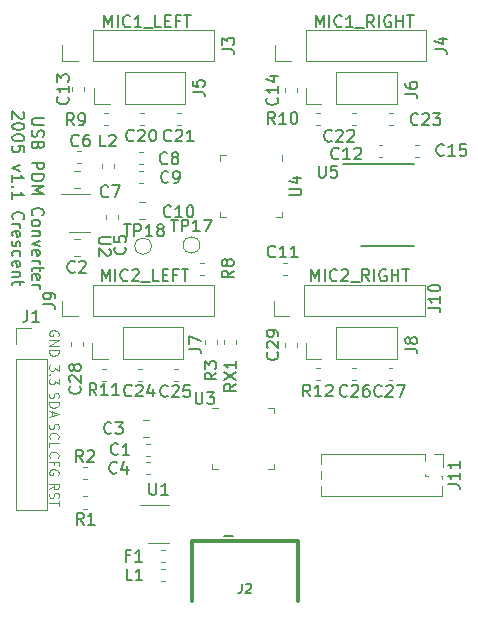
<source format=gbr>
G04 #@! TF.GenerationSoftware,KiCad,Pcbnew,(5.1.2)-1*
G04 #@! TF.CreationDate,2020-05-27T18:22:03+09:00*
G04 #@! TF.ProjectId,i2s,6932732e-6b69-4636-9164-5f7063625858,v1.1*
G04 #@! TF.SameCoordinates,Original*
G04 #@! TF.FileFunction,Legend,Top*
G04 #@! TF.FilePolarity,Positive*
%FSLAX46Y46*%
G04 Gerber Fmt 4.6, Leading zero omitted, Abs format (unit mm)*
G04 Created by KiCad (PCBNEW (5.1.2)-1) date 2020-05-27 18:22:03*
%MOMM*%
%LPD*%
G04 APERTURE LIST*
%ADD10C,0.150000*%
%ADD11C,0.120000*%
%ADD12C,0.300000*%
G04 APERTURE END LIST*
D10*
X108004761Y-122652380D02*
X108004761Y-121652380D01*
X108338095Y-122366666D01*
X108671428Y-121652380D01*
X108671428Y-122652380D01*
X109147619Y-122652380D02*
X109147619Y-121652380D01*
X110195238Y-122557142D02*
X110147619Y-122604761D01*
X110004761Y-122652380D01*
X109909523Y-122652380D01*
X109766666Y-122604761D01*
X109671428Y-122509523D01*
X109623809Y-122414285D01*
X109576190Y-122223809D01*
X109576190Y-122080952D01*
X109623809Y-121890476D01*
X109671428Y-121795238D01*
X109766666Y-121700000D01*
X109909523Y-121652380D01*
X110004761Y-121652380D01*
X110147619Y-121700000D01*
X110195238Y-121747619D01*
X110576190Y-121747619D02*
X110623809Y-121700000D01*
X110719047Y-121652380D01*
X110957142Y-121652380D01*
X111052380Y-121700000D01*
X111100000Y-121747619D01*
X111147619Y-121842857D01*
X111147619Y-121938095D01*
X111100000Y-122080952D01*
X110528571Y-122652380D01*
X111147619Y-122652380D01*
X111338095Y-122747619D02*
X112100000Y-122747619D01*
X112814285Y-122652380D02*
X112338095Y-122652380D01*
X112338095Y-121652380D01*
X113147619Y-122128571D02*
X113480952Y-122128571D01*
X113623809Y-122652380D02*
X113147619Y-122652380D01*
X113147619Y-121652380D01*
X113623809Y-121652380D01*
X114385714Y-122128571D02*
X114052380Y-122128571D01*
X114052380Y-122652380D02*
X114052380Y-121652380D01*
X114528571Y-121652380D01*
X114766666Y-121652380D02*
X115338095Y-121652380D01*
X115052380Y-122652380D02*
X115052380Y-121652380D01*
X125728571Y-122652380D02*
X125728571Y-121652380D01*
X126061904Y-122366666D01*
X126395238Y-121652380D01*
X126395238Y-122652380D01*
X126871428Y-122652380D02*
X126871428Y-121652380D01*
X127919047Y-122557142D02*
X127871428Y-122604761D01*
X127728571Y-122652380D01*
X127633333Y-122652380D01*
X127490476Y-122604761D01*
X127395238Y-122509523D01*
X127347619Y-122414285D01*
X127300000Y-122223809D01*
X127300000Y-122080952D01*
X127347619Y-121890476D01*
X127395238Y-121795238D01*
X127490476Y-121700000D01*
X127633333Y-121652380D01*
X127728571Y-121652380D01*
X127871428Y-121700000D01*
X127919047Y-121747619D01*
X128300000Y-121747619D02*
X128347619Y-121700000D01*
X128442857Y-121652380D01*
X128680952Y-121652380D01*
X128776190Y-121700000D01*
X128823809Y-121747619D01*
X128871428Y-121842857D01*
X128871428Y-121938095D01*
X128823809Y-122080952D01*
X128252380Y-122652380D01*
X128871428Y-122652380D01*
X129061904Y-122747619D02*
X129823809Y-122747619D01*
X130633333Y-122652380D02*
X130300000Y-122176190D01*
X130061904Y-122652380D02*
X130061904Y-121652380D01*
X130442857Y-121652380D01*
X130538095Y-121700000D01*
X130585714Y-121747619D01*
X130633333Y-121842857D01*
X130633333Y-121985714D01*
X130585714Y-122080952D01*
X130538095Y-122128571D01*
X130442857Y-122176190D01*
X130061904Y-122176190D01*
X131061904Y-122652380D02*
X131061904Y-121652380D01*
X132061904Y-121700000D02*
X131966666Y-121652380D01*
X131823809Y-121652380D01*
X131680952Y-121700000D01*
X131585714Y-121795238D01*
X131538095Y-121890476D01*
X131490476Y-122080952D01*
X131490476Y-122223809D01*
X131538095Y-122414285D01*
X131585714Y-122509523D01*
X131680952Y-122604761D01*
X131823809Y-122652380D01*
X131919047Y-122652380D01*
X132061904Y-122604761D01*
X132109523Y-122557142D01*
X132109523Y-122223809D01*
X131919047Y-122223809D01*
X132538095Y-122652380D02*
X132538095Y-121652380D01*
X132538095Y-122128571D02*
X133109523Y-122128571D01*
X133109523Y-122652380D02*
X133109523Y-121652380D01*
X133442857Y-121652380D02*
X134014285Y-121652380D01*
X133728571Y-122652380D02*
X133728571Y-121652380D01*
X126128571Y-101152380D02*
X126128571Y-100152380D01*
X126461904Y-100866666D01*
X126795238Y-100152380D01*
X126795238Y-101152380D01*
X127271428Y-101152380D02*
X127271428Y-100152380D01*
X128319047Y-101057142D02*
X128271428Y-101104761D01*
X128128571Y-101152380D01*
X128033333Y-101152380D01*
X127890476Y-101104761D01*
X127795238Y-101009523D01*
X127747619Y-100914285D01*
X127700000Y-100723809D01*
X127700000Y-100580952D01*
X127747619Y-100390476D01*
X127795238Y-100295238D01*
X127890476Y-100200000D01*
X128033333Y-100152380D01*
X128128571Y-100152380D01*
X128271428Y-100200000D01*
X128319047Y-100247619D01*
X129271428Y-101152380D02*
X128700000Y-101152380D01*
X128985714Y-101152380D02*
X128985714Y-100152380D01*
X128890476Y-100295238D01*
X128795238Y-100390476D01*
X128700000Y-100438095D01*
X129461904Y-101247619D02*
X130223809Y-101247619D01*
X131033333Y-101152380D02*
X130700000Y-100676190D01*
X130461904Y-101152380D02*
X130461904Y-100152380D01*
X130842857Y-100152380D01*
X130938095Y-100200000D01*
X130985714Y-100247619D01*
X131033333Y-100342857D01*
X131033333Y-100485714D01*
X130985714Y-100580952D01*
X130938095Y-100628571D01*
X130842857Y-100676190D01*
X130461904Y-100676190D01*
X131461904Y-101152380D02*
X131461904Y-100152380D01*
X132461904Y-100200000D02*
X132366666Y-100152380D01*
X132223809Y-100152380D01*
X132080952Y-100200000D01*
X131985714Y-100295238D01*
X131938095Y-100390476D01*
X131890476Y-100580952D01*
X131890476Y-100723809D01*
X131938095Y-100914285D01*
X131985714Y-101009523D01*
X132080952Y-101104761D01*
X132223809Y-101152380D01*
X132319047Y-101152380D01*
X132461904Y-101104761D01*
X132509523Y-101057142D01*
X132509523Y-100723809D01*
X132319047Y-100723809D01*
X132938095Y-101152380D02*
X132938095Y-100152380D01*
X132938095Y-100628571D02*
X133509523Y-100628571D01*
X133509523Y-101152380D02*
X133509523Y-100152380D01*
X133842857Y-100152380D02*
X134414285Y-100152380D01*
X134128571Y-101152380D02*
X134128571Y-100152380D01*
X108204761Y-101152380D02*
X108204761Y-100152380D01*
X108538095Y-100866666D01*
X108871428Y-100152380D01*
X108871428Y-101152380D01*
X109347619Y-101152380D02*
X109347619Y-100152380D01*
X110395238Y-101057142D02*
X110347619Y-101104761D01*
X110204761Y-101152380D01*
X110109523Y-101152380D01*
X109966666Y-101104761D01*
X109871428Y-101009523D01*
X109823809Y-100914285D01*
X109776190Y-100723809D01*
X109776190Y-100580952D01*
X109823809Y-100390476D01*
X109871428Y-100295238D01*
X109966666Y-100200000D01*
X110109523Y-100152380D01*
X110204761Y-100152380D01*
X110347619Y-100200000D01*
X110395238Y-100247619D01*
X111347619Y-101152380D02*
X110776190Y-101152380D01*
X111061904Y-101152380D02*
X111061904Y-100152380D01*
X110966666Y-100295238D01*
X110871428Y-100390476D01*
X110776190Y-100438095D01*
X111538095Y-101247619D02*
X112300000Y-101247619D01*
X113014285Y-101152380D02*
X112538095Y-101152380D01*
X112538095Y-100152380D01*
X113347619Y-100628571D02*
X113680952Y-100628571D01*
X113823809Y-101152380D02*
X113347619Y-101152380D01*
X113347619Y-100152380D01*
X113823809Y-100152380D01*
X114585714Y-100628571D02*
X114252380Y-100628571D01*
X114252380Y-101152380D02*
X114252380Y-100152380D01*
X114728571Y-100152380D01*
X114966666Y-100152380D02*
X115538095Y-100152380D01*
X115252380Y-101152380D02*
X115252380Y-100152380D01*
D11*
X103538095Y-140261904D02*
X103919047Y-139995238D01*
X103538095Y-139804761D02*
X104338095Y-139804761D01*
X104338095Y-140109523D01*
X104300000Y-140185714D01*
X104261904Y-140223809D01*
X104185714Y-140261904D01*
X104071428Y-140261904D01*
X103995238Y-140223809D01*
X103957142Y-140185714D01*
X103919047Y-140109523D01*
X103919047Y-139804761D01*
X103576190Y-140566666D02*
X103538095Y-140680952D01*
X103538095Y-140871428D01*
X103576190Y-140947619D01*
X103614285Y-140985714D01*
X103690476Y-141023809D01*
X103766666Y-141023809D01*
X103842857Y-140985714D01*
X103880952Y-140947619D01*
X103919047Y-140871428D01*
X103957142Y-140719047D01*
X103995238Y-140642857D01*
X104033333Y-140604761D01*
X104109523Y-140566666D01*
X104185714Y-140566666D01*
X104261904Y-140604761D01*
X104300000Y-140642857D01*
X104338095Y-140719047D01*
X104338095Y-140909523D01*
X104300000Y-141023809D01*
X104338095Y-141252380D02*
X104338095Y-141709523D01*
X103538095Y-141480952D02*
X104338095Y-141480952D01*
X103614285Y-137604761D02*
X103576190Y-137566666D01*
X103538095Y-137452380D01*
X103538095Y-137376190D01*
X103576190Y-137261904D01*
X103652380Y-137185714D01*
X103728571Y-137147619D01*
X103880952Y-137109523D01*
X103995238Y-137109523D01*
X104147619Y-137147619D01*
X104223809Y-137185714D01*
X104300000Y-137261904D01*
X104338095Y-137376190D01*
X104338095Y-137452380D01*
X104300000Y-137566666D01*
X104261904Y-137604761D01*
X103957142Y-138214285D02*
X103957142Y-137947619D01*
X103538095Y-137947619D02*
X104338095Y-137947619D01*
X104338095Y-138328571D01*
X104300000Y-139052380D02*
X104338095Y-138976190D01*
X104338095Y-138861904D01*
X104300000Y-138747619D01*
X104223809Y-138671428D01*
X104147619Y-138633333D01*
X103995238Y-138595238D01*
X103880952Y-138595238D01*
X103728571Y-138633333D01*
X103652380Y-138671428D01*
X103576190Y-138747619D01*
X103538095Y-138861904D01*
X103538095Y-138938095D01*
X103576190Y-139052380D01*
X103614285Y-139090476D01*
X103880952Y-139090476D01*
X103880952Y-138938095D01*
X104300000Y-127290476D02*
X104338095Y-127214285D01*
X104338095Y-127100000D01*
X104300000Y-126985714D01*
X104223809Y-126909523D01*
X104147619Y-126871428D01*
X103995238Y-126833333D01*
X103880952Y-126833333D01*
X103728571Y-126871428D01*
X103652380Y-126909523D01*
X103576190Y-126985714D01*
X103538095Y-127100000D01*
X103538095Y-127176190D01*
X103576190Y-127290476D01*
X103614285Y-127328571D01*
X103880952Y-127328571D01*
X103880952Y-127176190D01*
X103538095Y-127671428D02*
X104338095Y-127671428D01*
X103538095Y-128128571D01*
X104338095Y-128128571D01*
X103538095Y-128509523D02*
X104338095Y-128509523D01*
X104338095Y-128700000D01*
X104300000Y-128814285D01*
X104223809Y-128890476D01*
X104147619Y-128928571D01*
X103995238Y-128966666D01*
X103880952Y-128966666D01*
X103728571Y-128928571D01*
X103652380Y-128890476D01*
X103576190Y-128814285D01*
X103538095Y-128700000D01*
X103538095Y-128509523D01*
X104338095Y-129761904D02*
X104338095Y-130257142D01*
X104033333Y-129990476D01*
X104033333Y-130104761D01*
X103995238Y-130180952D01*
X103957142Y-130219047D01*
X103880952Y-130257142D01*
X103690476Y-130257142D01*
X103614285Y-130219047D01*
X103576190Y-130180952D01*
X103538095Y-130104761D01*
X103538095Y-129876190D01*
X103576190Y-129800000D01*
X103614285Y-129761904D01*
X103614285Y-130600000D02*
X103576190Y-130638095D01*
X103538095Y-130600000D01*
X103576190Y-130561904D01*
X103614285Y-130600000D01*
X103538095Y-130600000D01*
X104338095Y-130904761D02*
X104338095Y-131400000D01*
X104033333Y-131133333D01*
X104033333Y-131247619D01*
X103995238Y-131323809D01*
X103957142Y-131361904D01*
X103880952Y-131400000D01*
X103690476Y-131400000D01*
X103614285Y-131361904D01*
X103576190Y-131323809D01*
X103538095Y-131247619D01*
X103538095Y-131019047D01*
X103576190Y-130942857D01*
X103614285Y-130904761D01*
X103576190Y-134747619D02*
X103538095Y-134861904D01*
X103538095Y-135052380D01*
X103576190Y-135128571D01*
X103614285Y-135166666D01*
X103690476Y-135204761D01*
X103766666Y-135204761D01*
X103842857Y-135166666D01*
X103880952Y-135128571D01*
X103919047Y-135052380D01*
X103957142Y-134900000D01*
X103995238Y-134823809D01*
X104033333Y-134785714D01*
X104109523Y-134747619D01*
X104185714Y-134747619D01*
X104261904Y-134785714D01*
X104300000Y-134823809D01*
X104338095Y-134900000D01*
X104338095Y-135090476D01*
X104300000Y-135204761D01*
X103614285Y-136004761D02*
X103576190Y-135966666D01*
X103538095Y-135852380D01*
X103538095Y-135776190D01*
X103576190Y-135661904D01*
X103652380Y-135585714D01*
X103728571Y-135547619D01*
X103880952Y-135509523D01*
X103995238Y-135509523D01*
X104147619Y-135547619D01*
X104223809Y-135585714D01*
X104300000Y-135661904D01*
X104338095Y-135776190D01*
X104338095Y-135852380D01*
X104300000Y-135966666D01*
X104261904Y-136004761D01*
X103538095Y-136728571D02*
X103538095Y-136347619D01*
X104338095Y-136347619D01*
X103576190Y-132128571D02*
X103538095Y-132242857D01*
X103538095Y-132433333D01*
X103576190Y-132509523D01*
X103614285Y-132547619D01*
X103690476Y-132585714D01*
X103766666Y-132585714D01*
X103842857Y-132547619D01*
X103880952Y-132509523D01*
X103919047Y-132433333D01*
X103957142Y-132280952D01*
X103995238Y-132204761D01*
X104033333Y-132166666D01*
X104109523Y-132128571D01*
X104185714Y-132128571D01*
X104261904Y-132166666D01*
X104300000Y-132204761D01*
X104338095Y-132280952D01*
X104338095Y-132471428D01*
X104300000Y-132585714D01*
X103538095Y-132928571D02*
X104338095Y-132928571D01*
X104338095Y-133119047D01*
X104300000Y-133233333D01*
X104223809Y-133309523D01*
X104147619Y-133347619D01*
X103995238Y-133385714D01*
X103880952Y-133385714D01*
X103728571Y-133347619D01*
X103652380Y-133309523D01*
X103576190Y-133233333D01*
X103538095Y-133119047D01*
X103538095Y-132928571D01*
X103766666Y-133690476D02*
X103766666Y-134071428D01*
X103538095Y-133614285D02*
X104338095Y-133880952D01*
X103538095Y-134147619D01*
D10*
X103072619Y-108857142D02*
X102263095Y-108857142D01*
X102167857Y-108904761D01*
X102120238Y-108952380D01*
X102072619Y-109047619D01*
X102072619Y-109238095D01*
X102120238Y-109333333D01*
X102167857Y-109380952D01*
X102263095Y-109428571D01*
X103072619Y-109428571D01*
X102120238Y-109857142D02*
X102072619Y-110000000D01*
X102072619Y-110238095D01*
X102120238Y-110333333D01*
X102167857Y-110380952D01*
X102263095Y-110428571D01*
X102358333Y-110428571D01*
X102453571Y-110380952D01*
X102501190Y-110333333D01*
X102548809Y-110238095D01*
X102596428Y-110047619D01*
X102644047Y-109952380D01*
X102691666Y-109904761D01*
X102786904Y-109857142D01*
X102882142Y-109857142D01*
X102977380Y-109904761D01*
X103025000Y-109952380D01*
X103072619Y-110047619D01*
X103072619Y-110285714D01*
X103025000Y-110428571D01*
X102596428Y-111190476D02*
X102548809Y-111333333D01*
X102501190Y-111380952D01*
X102405952Y-111428571D01*
X102263095Y-111428571D01*
X102167857Y-111380952D01*
X102120238Y-111333333D01*
X102072619Y-111238095D01*
X102072619Y-110857142D01*
X103072619Y-110857142D01*
X103072619Y-111190476D01*
X103025000Y-111285714D01*
X102977380Y-111333333D01*
X102882142Y-111380952D01*
X102786904Y-111380952D01*
X102691666Y-111333333D01*
X102644047Y-111285714D01*
X102596428Y-111190476D01*
X102596428Y-110857142D01*
X102072619Y-112619047D02*
X103072619Y-112619047D01*
X103072619Y-113000000D01*
X103025000Y-113095238D01*
X102977380Y-113142857D01*
X102882142Y-113190476D01*
X102739285Y-113190476D01*
X102644047Y-113142857D01*
X102596428Y-113095238D01*
X102548809Y-113000000D01*
X102548809Y-112619047D01*
X102072619Y-113619047D02*
X103072619Y-113619047D01*
X103072619Y-113857142D01*
X103025000Y-114000000D01*
X102929761Y-114095238D01*
X102834523Y-114142857D01*
X102644047Y-114190476D01*
X102501190Y-114190476D01*
X102310714Y-114142857D01*
X102215476Y-114095238D01*
X102120238Y-114000000D01*
X102072619Y-113857142D01*
X102072619Y-113619047D01*
X102072619Y-114619047D02*
X103072619Y-114619047D01*
X102358333Y-114952380D01*
X103072619Y-115285714D01*
X102072619Y-115285714D01*
X102167857Y-117095238D02*
X102120238Y-117047619D01*
X102072619Y-116904761D01*
X102072619Y-116809523D01*
X102120238Y-116666666D01*
X102215476Y-116571428D01*
X102310714Y-116523809D01*
X102501190Y-116476190D01*
X102644047Y-116476190D01*
X102834523Y-116523809D01*
X102929761Y-116571428D01*
X103025000Y-116666666D01*
X103072619Y-116809523D01*
X103072619Y-116904761D01*
X103025000Y-117047619D01*
X102977380Y-117095238D01*
X102072619Y-117666666D02*
X102120238Y-117571428D01*
X102167857Y-117523809D01*
X102263095Y-117476190D01*
X102548809Y-117476190D01*
X102644047Y-117523809D01*
X102691666Y-117571428D01*
X102739285Y-117666666D01*
X102739285Y-117809523D01*
X102691666Y-117904761D01*
X102644047Y-117952380D01*
X102548809Y-118000000D01*
X102263095Y-118000000D01*
X102167857Y-117952380D01*
X102120238Y-117904761D01*
X102072619Y-117809523D01*
X102072619Y-117666666D01*
X102739285Y-118428571D02*
X102072619Y-118428571D01*
X102644047Y-118428571D02*
X102691666Y-118476190D01*
X102739285Y-118571428D01*
X102739285Y-118714285D01*
X102691666Y-118809523D01*
X102596428Y-118857142D01*
X102072619Y-118857142D01*
X102739285Y-119238095D02*
X102072619Y-119476190D01*
X102739285Y-119714285D01*
X102120238Y-120476190D02*
X102072619Y-120380952D01*
X102072619Y-120190476D01*
X102120238Y-120095238D01*
X102215476Y-120047619D01*
X102596428Y-120047619D01*
X102691666Y-120095238D01*
X102739285Y-120190476D01*
X102739285Y-120380952D01*
X102691666Y-120476190D01*
X102596428Y-120523809D01*
X102501190Y-120523809D01*
X102405952Y-120047619D01*
X102072619Y-120952380D02*
X102739285Y-120952380D01*
X102548809Y-120952380D02*
X102644047Y-120999999D01*
X102691666Y-121047619D01*
X102739285Y-121142857D01*
X102739285Y-121238095D01*
X102739285Y-121428571D02*
X102739285Y-121809523D01*
X103072619Y-121571428D02*
X102215476Y-121571428D01*
X102120238Y-121619047D01*
X102072619Y-121714285D01*
X102072619Y-121809523D01*
X102120238Y-122523809D02*
X102072619Y-122428571D01*
X102072619Y-122238095D01*
X102120238Y-122142857D01*
X102215476Y-122095238D01*
X102596428Y-122095238D01*
X102691666Y-122142857D01*
X102739285Y-122238095D01*
X102739285Y-122428571D01*
X102691666Y-122523809D01*
X102596428Y-122571428D01*
X102501190Y-122571428D01*
X102405952Y-122095238D01*
X102072619Y-122999999D02*
X102739285Y-122999999D01*
X102548809Y-122999999D02*
X102644047Y-123047619D01*
X102691666Y-123095238D01*
X102739285Y-123190476D01*
X102739285Y-123285714D01*
X101327380Y-108333333D02*
X101375000Y-108380952D01*
X101422619Y-108476190D01*
X101422619Y-108714285D01*
X101375000Y-108809523D01*
X101327380Y-108857142D01*
X101232142Y-108904761D01*
X101136904Y-108904761D01*
X100994047Y-108857142D01*
X100422619Y-108285714D01*
X100422619Y-108904761D01*
X101422619Y-109523809D02*
X101422619Y-109619047D01*
X101375000Y-109714285D01*
X101327380Y-109761904D01*
X101232142Y-109809523D01*
X101041666Y-109857142D01*
X100803571Y-109857142D01*
X100613095Y-109809523D01*
X100517857Y-109761904D01*
X100470238Y-109714285D01*
X100422619Y-109619047D01*
X100422619Y-109523809D01*
X100470238Y-109428571D01*
X100517857Y-109380952D01*
X100613095Y-109333333D01*
X100803571Y-109285714D01*
X101041666Y-109285714D01*
X101232142Y-109333333D01*
X101327380Y-109380952D01*
X101375000Y-109428571D01*
X101422619Y-109523809D01*
X101422619Y-110476190D02*
X101422619Y-110571428D01*
X101375000Y-110666666D01*
X101327380Y-110714285D01*
X101232142Y-110761904D01*
X101041666Y-110809523D01*
X100803571Y-110809523D01*
X100613095Y-110761904D01*
X100517857Y-110714285D01*
X100470238Y-110666666D01*
X100422619Y-110571428D01*
X100422619Y-110476190D01*
X100470238Y-110380952D01*
X100517857Y-110333333D01*
X100613095Y-110285714D01*
X100803571Y-110238095D01*
X101041666Y-110238095D01*
X101232142Y-110285714D01*
X101327380Y-110333333D01*
X101375000Y-110380952D01*
X101422619Y-110476190D01*
X101422619Y-111714285D02*
X101422619Y-111238095D01*
X100946428Y-111190476D01*
X100994047Y-111238095D01*
X101041666Y-111333333D01*
X101041666Y-111571428D01*
X100994047Y-111666666D01*
X100946428Y-111714285D01*
X100851190Y-111761904D01*
X100613095Y-111761904D01*
X100517857Y-111714285D01*
X100470238Y-111666666D01*
X100422619Y-111571428D01*
X100422619Y-111333333D01*
X100470238Y-111238095D01*
X100517857Y-111190476D01*
X101089285Y-112857142D02*
X100422619Y-113095238D01*
X101089285Y-113333333D01*
X100422619Y-114238095D02*
X100422619Y-113666666D01*
X100422619Y-113952380D02*
X101422619Y-113952380D01*
X101279761Y-113857142D01*
X101184523Y-113761904D01*
X101136904Y-113666666D01*
X100517857Y-114666666D02*
X100470238Y-114714285D01*
X100422619Y-114666666D01*
X100470238Y-114619047D01*
X100517857Y-114666666D01*
X100422619Y-114666666D01*
X100422619Y-115666666D02*
X100422619Y-115095238D01*
X100422619Y-115380952D02*
X101422619Y-115380952D01*
X101279761Y-115285714D01*
X101184523Y-115190476D01*
X101136904Y-115095238D01*
X100517857Y-117428571D02*
X100470238Y-117380952D01*
X100422619Y-117238095D01*
X100422619Y-117142857D01*
X100470238Y-117000000D01*
X100565476Y-116904761D01*
X100660714Y-116857142D01*
X100851190Y-116809523D01*
X100994047Y-116809523D01*
X101184523Y-116857142D01*
X101279761Y-116904761D01*
X101375000Y-117000000D01*
X101422619Y-117142857D01*
X101422619Y-117238095D01*
X101375000Y-117380952D01*
X101327380Y-117428571D01*
X100422619Y-117857142D02*
X101089285Y-117857142D01*
X100898809Y-117857142D02*
X100994047Y-117904761D01*
X101041666Y-117952380D01*
X101089285Y-118047619D01*
X101089285Y-118142857D01*
X100470238Y-118857142D02*
X100422619Y-118761904D01*
X100422619Y-118571428D01*
X100470238Y-118476190D01*
X100565476Y-118428571D01*
X100946428Y-118428571D01*
X101041666Y-118476190D01*
X101089285Y-118571428D01*
X101089285Y-118761904D01*
X101041666Y-118857142D01*
X100946428Y-118904761D01*
X100851190Y-118904761D01*
X100755952Y-118428571D01*
X100470238Y-119285714D02*
X100422619Y-119380952D01*
X100422619Y-119571428D01*
X100470238Y-119666666D01*
X100565476Y-119714285D01*
X100613095Y-119714285D01*
X100708333Y-119666666D01*
X100755952Y-119571428D01*
X100755952Y-119428571D01*
X100803571Y-119333333D01*
X100898809Y-119285714D01*
X100946428Y-119285714D01*
X101041666Y-119333333D01*
X101089285Y-119428571D01*
X101089285Y-119571428D01*
X101041666Y-119666666D01*
X100470238Y-120571428D02*
X100422619Y-120476190D01*
X100422619Y-120285714D01*
X100470238Y-120190476D01*
X100517857Y-120142857D01*
X100613095Y-120095238D01*
X100898809Y-120095238D01*
X100994047Y-120142857D01*
X101041666Y-120190476D01*
X101089285Y-120285714D01*
X101089285Y-120476190D01*
X101041666Y-120571428D01*
X100470238Y-121380952D02*
X100422619Y-121285714D01*
X100422619Y-121095238D01*
X100470238Y-121000000D01*
X100565476Y-120952380D01*
X100946428Y-120952380D01*
X101041666Y-121000000D01*
X101089285Y-121095238D01*
X101089285Y-121285714D01*
X101041666Y-121380952D01*
X100946428Y-121428571D01*
X100851190Y-121428571D01*
X100755952Y-120952380D01*
X101089285Y-121857142D02*
X100422619Y-121857142D01*
X100994047Y-121857142D02*
X101041666Y-121904761D01*
X101089285Y-122000000D01*
X101089285Y-122142857D01*
X101041666Y-122238095D01*
X100946428Y-122285714D01*
X100422619Y-122285714D01*
X101089285Y-122619047D02*
X101089285Y-123000000D01*
X101422619Y-122761904D02*
X100565476Y-122761904D01*
X100470238Y-122809523D01*
X100422619Y-122904761D01*
X100422619Y-123000000D01*
X128450000Y-112750000D02*
X134425000Y-112750000D01*
X129975000Y-119650000D02*
X134425000Y-119650000D01*
D11*
X134874779Y-111090000D02*
X134549221Y-111090000D01*
X134874779Y-112110000D02*
X134549221Y-112110000D01*
X131437221Y-112110000D02*
X131762779Y-112110000D01*
X131437221Y-111090000D02*
X131762779Y-111090000D01*
X136910000Y-137300000D02*
X136910000Y-138430000D01*
X136150000Y-137300000D02*
X136910000Y-137300000D01*
X136845000Y-140007530D02*
X136845000Y-140830000D01*
X136845000Y-139190000D02*
X136845000Y-139392470D01*
X136713471Y-139190000D02*
X136845000Y-139190000D01*
X135443471Y-139190000D02*
X135586529Y-139190000D01*
X135390000Y-138993471D02*
X135390000Y-139136529D01*
X135390000Y-137300000D02*
X135390000Y-137866529D01*
X136845000Y-140830000D02*
X126565000Y-140830000D01*
X135390000Y-137300000D02*
X126565000Y-137300000D01*
X126565000Y-138737530D02*
X126565000Y-139392470D01*
X126565000Y-140007530D02*
X126565000Y-140830000D01*
X126565000Y-137300000D02*
X126565000Y-138122470D01*
X112200000Y-119700000D02*
G75*
G03X112200000Y-119700000I-700000J0D01*
G01*
X116300000Y-119600000D02*
G75*
G03X116300000Y-119600000I-700000J0D01*
G01*
X118310000Y-127675221D02*
X118310000Y-128000779D01*
X119330000Y-127675221D02*
X119330000Y-128000779D01*
X116740000Y-127665221D02*
X116740000Y-127990779D01*
X117760000Y-127665221D02*
X117760000Y-127990779D01*
X109010000Y-113074779D02*
X109010000Y-112749221D01*
X107990000Y-113074779D02*
X107990000Y-112749221D01*
X113017221Y-148050000D02*
X113342779Y-148050000D01*
X113017221Y-147030000D02*
X113342779Y-147030000D01*
X112000578Y-134420000D02*
X111483422Y-134420000D01*
X112000578Y-135840000D02*
X111483422Y-135840000D01*
X123220000Y-112495000D02*
X123220000Y-112020000D01*
X118000000Y-117240000D02*
X118475000Y-117240000D01*
X118000000Y-116765000D02*
X118000000Y-117240000D01*
X118000000Y-112020000D02*
X118475000Y-112020000D01*
X118000000Y-112495000D02*
X118000000Y-112020000D01*
X123220000Y-117240000D02*
X122745000Y-117240000D01*
X123220000Y-116765000D02*
X123220000Y-117240000D01*
X117815000Y-133370000D02*
X117340000Y-133370000D01*
X122560000Y-138590000D02*
X122560000Y-138115000D01*
X122085000Y-138590000D02*
X122560000Y-138590000D01*
X117340000Y-138590000D02*
X117340000Y-138115000D01*
X117815000Y-138590000D02*
X117340000Y-138590000D01*
X122560000Y-133370000D02*
X122560000Y-133845000D01*
X122085000Y-133370000D02*
X122560000Y-133370000D01*
X107010000Y-115300000D02*
X104560000Y-115300000D01*
X105210000Y-118520000D02*
X107010000Y-118520000D01*
X113700000Y-141590000D02*
X111250000Y-141590000D01*
X111900000Y-144810000D02*
X113700000Y-144810000D01*
X126452779Y-130020000D02*
X126127221Y-130020000D01*
X126452779Y-131040000D02*
X126127221Y-131040000D01*
X108340779Y-130060000D02*
X108015221Y-130060000D01*
X108340779Y-131080000D02*
X108015221Y-131080000D01*
X126470779Y-108440000D02*
X126145221Y-108440000D01*
X126470779Y-109460000D02*
X126145221Y-109460000D01*
X108520779Y-108430000D02*
X108195221Y-108430000D01*
X108520779Y-109450000D02*
X108195221Y-109450000D01*
X116674779Y-121090000D02*
X116349221Y-121090000D01*
X116674779Y-122110000D02*
X116349221Y-122110000D01*
X106750779Y-138390000D02*
X106425221Y-138390000D01*
X106750779Y-139410000D02*
X106425221Y-139410000D01*
X106712779Y-140890000D02*
X106387221Y-140890000D01*
X106712779Y-141910000D02*
X106387221Y-141910000D01*
X122550000Y-125630000D02*
X122550000Y-124300000D01*
X123880000Y-125630000D02*
X122550000Y-125630000D01*
X125150000Y-125630000D02*
X125150000Y-122970000D01*
X125150000Y-122970000D02*
X135370000Y-122970000D01*
X125150000Y-125630000D02*
X135370000Y-125630000D01*
X135370000Y-125630000D02*
X135370000Y-122970000D01*
X104670000Y-125630000D02*
X104670000Y-124300000D01*
X106000000Y-125630000D02*
X104670000Y-125630000D01*
X107270000Y-125630000D02*
X107270000Y-122970000D01*
X107270000Y-122970000D02*
X117490000Y-122970000D01*
X107270000Y-125630000D02*
X117490000Y-125630000D01*
X117490000Y-125630000D02*
X117490000Y-122970000D01*
X125270000Y-129230000D02*
X125270000Y-127900000D01*
X126600000Y-129230000D02*
X125270000Y-129230000D01*
X127870000Y-129230000D02*
X127870000Y-126570000D01*
X127870000Y-126570000D02*
X133010000Y-126570000D01*
X127870000Y-129230000D02*
X133010000Y-129230000D01*
X133010000Y-129230000D02*
X133010000Y-126570000D01*
X107170000Y-129230000D02*
X107170000Y-127900000D01*
X108500000Y-129230000D02*
X107170000Y-129230000D01*
X109770000Y-129230000D02*
X109770000Y-126570000D01*
X109770000Y-126570000D02*
X114910000Y-126570000D01*
X109770000Y-129230000D02*
X114910000Y-129230000D01*
X114910000Y-129230000D02*
X114910000Y-126570000D01*
X125270000Y-107630000D02*
X125270000Y-106300000D01*
X126600000Y-107630000D02*
X125270000Y-107630000D01*
X127870000Y-107630000D02*
X127870000Y-104970000D01*
X127870000Y-104970000D02*
X133010000Y-104970000D01*
X127870000Y-107630000D02*
X133010000Y-107630000D01*
X133010000Y-107630000D02*
X133010000Y-104970000D01*
X107330000Y-107630000D02*
X107330000Y-106300000D01*
X108660000Y-107630000D02*
X107330000Y-107630000D01*
X109930000Y-107630000D02*
X109930000Y-104970000D01*
X109930000Y-104970000D02*
X115070000Y-104970000D01*
X109930000Y-107630000D02*
X115070000Y-107630000D01*
X115070000Y-107630000D02*
X115070000Y-104970000D01*
X122670000Y-104030000D02*
X122670000Y-102700000D01*
X124000000Y-104030000D02*
X122670000Y-104030000D01*
X125270000Y-104030000D02*
X125270000Y-101370000D01*
X125270000Y-101370000D02*
X135490000Y-101370000D01*
X125270000Y-104030000D02*
X135490000Y-104030000D01*
X135490000Y-104030000D02*
X135490000Y-101370000D01*
X104670000Y-104030000D02*
X104670000Y-102700000D01*
X106000000Y-104030000D02*
X104670000Y-104030000D01*
X107270000Y-104030000D02*
X107270000Y-101370000D01*
X107270000Y-101370000D02*
X117490000Y-101370000D01*
X107270000Y-104030000D02*
X117490000Y-104030000D01*
X117490000Y-104030000D02*
X117490000Y-101370000D01*
D10*
X118350000Y-144200000D02*
X119100000Y-144200000D01*
D12*
X115600000Y-149700000D02*
X115600000Y-145200000D01*
X115600000Y-145200000D02*
X115600000Y-144700000D01*
X115600000Y-144700000D02*
X124600000Y-144700000D01*
X124600000Y-144700000D02*
X124600000Y-149700000D01*
D11*
X100700000Y-126640000D02*
X102030000Y-126640000D01*
X100700000Y-127970000D02*
X100700000Y-126640000D01*
X100700000Y-129240000D02*
X103360000Y-129240000D01*
X103360000Y-129240000D02*
X103360000Y-142000000D01*
X100700000Y-129240000D02*
X100700000Y-142000000D01*
X100700000Y-142000000D02*
X103360000Y-142000000D01*
X113352779Y-145440000D02*
X113027221Y-145440000D01*
X113352779Y-146460000D02*
X113027221Y-146460000D01*
X123490000Y-127925221D02*
X123490000Y-128250779D01*
X124510000Y-127925221D02*
X124510000Y-128250779D01*
X105360000Y-127819221D02*
X105360000Y-128144779D01*
X106380000Y-127819221D02*
X106380000Y-128144779D01*
X132287221Y-131050000D02*
X132612779Y-131050000D01*
X132287221Y-130030000D02*
X132612779Y-130030000D01*
X129514779Y-130020000D02*
X129189221Y-130020000D01*
X129514779Y-131040000D02*
X129189221Y-131040000D01*
X114127221Y-131080000D02*
X114452779Y-131080000D01*
X114127221Y-130060000D02*
X114452779Y-130060000D01*
X111384779Y-130060000D02*
X111059221Y-130060000D01*
X111384779Y-131080000D02*
X111059221Y-131080000D01*
X132305221Y-109480000D02*
X132630779Y-109480000D01*
X132305221Y-108460000D02*
X132630779Y-108460000D01*
X129544779Y-108440000D02*
X129219221Y-108440000D01*
X129544779Y-109460000D02*
X129219221Y-109460000D01*
X114347221Y-109460000D02*
X114672779Y-109460000D01*
X114347221Y-108440000D02*
X114672779Y-108440000D01*
X111584779Y-108430000D02*
X111259221Y-108430000D01*
X111584779Y-109450000D02*
X111259221Y-109450000D01*
X123470000Y-106325221D02*
X123470000Y-106650779D01*
X124490000Y-106325221D02*
X124490000Y-106650779D01*
X105490000Y-106249221D02*
X105490000Y-106574779D01*
X106510000Y-106249221D02*
X106510000Y-106574779D01*
X123349221Y-122110000D02*
X123674779Y-122110000D01*
X123349221Y-121090000D02*
X123674779Y-121090000D01*
X111696578Y-115990000D02*
X111179422Y-115990000D01*
X111696578Y-117410000D02*
X111179422Y-117410000D01*
X111472779Y-113310000D02*
X111147221Y-113310000D01*
X111472779Y-114330000D02*
X111147221Y-114330000D01*
X111460779Y-111710000D02*
X111135221Y-111710000D01*
X111460779Y-112730000D02*
X111135221Y-112730000D01*
X106176578Y-113340000D02*
X105659422Y-113340000D01*
X106176578Y-114760000D02*
X105659422Y-114760000D01*
X106262779Y-111650000D02*
X105937221Y-111650000D01*
X106262779Y-112670000D02*
X105937221Y-112670000D01*
X109410000Y-117374779D02*
X109410000Y-117049221D01*
X108390000Y-117374779D02*
X108390000Y-117049221D01*
X112104779Y-137990000D02*
X111779221Y-137990000D01*
X112104779Y-139010000D02*
X111779221Y-139010000D01*
X105679422Y-120510000D02*
X106196578Y-120510000D01*
X105679422Y-119090000D02*
X106196578Y-119090000D01*
X112104779Y-136420000D02*
X111779221Y-136420000D01*
X112104779Y-137440000D02*
X111779221Y-137440000D01*
D10*
X126378095Y-112892380D02*
X126378095Y-113701904D01*
X126425714Y-113797142D01*
X126473333Y-113844761D01*
X126568571Y-113892380D01*
X126759047Y-113892380D01*
X126854285Y-113844761D01*
X126901904Y-113797142D01*
X126949523Y-113701904D01*
X126949523Y-112892380D01*
X127901904Y-112892380D02*
X127425714Y-112892380D01*
X127378095Y-113368571D01*
X127425714Y-113320952D01*
X127520952Y-113273333D01*
X127759047Y-113273333D01*
X127854285Y-113320952D01*
X127901904Y-113368571D01*
X127949523Y-113463809D01*
X127949523Y-113701904D01*
X127901904Y-113797142D01*
X127854285Y-113844761D01*
X127759047Y-113892380D01*
X127520952Y-113892380D01*
X127425714Y-113844761D01*
X127378095Y-113797142D01*
X136956642Y-111957142D02*
X136909023Y-112004761D01*
X136766166Y-112052380D01*
X136670928Y-112052380D01*
X136528071Y-112004761D01*
X136432833Y-111909523D01*
X136385214Y-111814285D01*
X136337595Y-111623809D01*
X136337595Y-111480952D01*
X136385214Y-111290476D01*
X136432833Y-111195238D01*
X136528071Y-111100000D01*
X136670928Y-111052380D01*
X136766166Y-111052380D01*
X136909023Y-111100000D01*
X136956642Y-111147619D01*
X137909023Y-112052380D02*
X137337595Y-112052380D01*
X137623309Y-112052380D02*
X137623309Y-111052380D01*
X137528071Y-111195238D01*
X137432833Y-111290476D01*
X137337595Y-111338095D01*
X138813785Y-111052380D02*
X138337595Y-111052380D01*
X138289976Y-111528571D01*
X138337595Y-111480952D01*
X138432833Y-111433333D01*
X138670928Y-111433333D01*
X138766166Y-111480952D01*
X138813785Y-111528571D01*
X138861404Y-111623809D01*
X138861404Y-111861904D01*
X138813785Y-111957142D01*
X138766166Y-112004761D01*
X138670928Y-112052380D01*
X138432833Y-112052380D01*
X138337595Y-112004761D01*
X138289976Y-111957142D01*
X128057142Y-112257142D02*
X128009523Y-112304761D01*
X127866666Y-112352380D01*
X127771428Y-112352380D01*
X127628571Y-112304761D01*
X127533333Y-112209523D01*
X127485714Y-112114285D01*
X127438095Y-111923809D01*
X127438095Y-111780952D01*
X127485714Y-111590476D01*
X127533333Y-111495238D01*
X127628571Y-111400000D01*
X127771428Y-111352380D01*
X127866666Y-111352380D01*
X128009523Y-111400000D01*
X128057142Y-111447619D01*
X129009523Y-112352380D02*
X128438095Y-112352380D01*
X128723809Y-112352380D02*
X128723809Y-111352380D01*
X128628571Y-111495238D01*
X128533333Y-111590476D01*
X128438095Y-111638095D01*
X129390476Y-111447619D02*
X129438095Y-111400000D01*
X129533333Y-111352380D01*
X129771428Y-111352380D01*
X129866666Y-111400000D01*
X129914285Y-111447619D01*
X129961904Y-111542857D01*
X129961904Y-111638095D01*
X129914285Y-111780952D01*
X129342857Y-112352380D01*
X129961904Y-112352380D01*
X137297380Y-139874523D02*
X138011666Y-139874523D01*
X138154523Y-139922142D01*
X138249761Y-140017380D01*
X138297380Y-140160238D01*
X138297380Y-140255476D01*
X138297380Y-138874523D02*
X138297380Y-139445952D01*
X138297380Y-139160238D02*
X137297380Y-139160238D01*
X137440238Y-139255476D01*
X137535476Y-139350714D01*
X137583095Y-139445952D01*
X138297380Y-137922142D02*
X138297380Y-138493571D01*
X138297380Y-138207857D02*
X137297380Y-138207857D01*
X137440238Y-138303095D01*
X137535476Y-138398333D01*
X137583095Y-138493571D01*
X109861904Y-117852380D02*
X110433333Y-117852380D01*
X110147619Y-118852380D02*
X110147619Y-117852380D01*
X110766666Y-118852380D02*
X110766666Y-117852380D01*
X111147619Y-117852380D01*
X111242857Y-117900000D01*
X111290476Y-117947619D01*
X111338095Y-118042857D01*
X111338095Y-118185714D01*
X111290476Y-118280952D01*
X111242857Y-118328571D01*
X111147619Y-118376190D01*
X110766666Y-118376190D01*
X112290476Y-118852380D02*
X111719047Y-118852380D01*
X112004761Y-118852380D02*
X112004761Y-117852380D01*
X111909523Y-117995238D01*
X111814285Y-118090476D01*
X111719047Y-118138095D01*
X112861904Y-118280952D02*
X112766666Y-118233333D01*
X112719047Y-118185714D01*
X112671428Y-118090476D01*
X112671428Y-118042857D01*
X112719047Y-117947619D01*
X112766666Y-117900000D01*
X112861904Y-117852380D01*
X113052380Y-117852380D01*
X113147619Y-117900000D01*
X113195238Y-117947619D01*
X113242857Y-118042857D01*
X113242857Y-118090476D01*
X113195238Y-118185714D01*
X113147619Y-118233333D01*
X113052380Y-118280952D01*
X112861904Y-118280952D01*
X112766666Y-118328571D01*
X112719047Y-118376190D01*
X112671428Y-118471428D01*
X112671428Y-118661904D01*
X112719047Y-118757142D01*
X112766666Y-118804761D01*
X112861904Y-118852380D01*
X113052380Y-118852380D01*
X113147619Y-118804761D01*
X113195238Y-118757142D01*
X113242857Y-118661904D01*
X113242857Y-118471428D01*
X113195238Y-118376190D01*
X113147619Y-118328571D01*
X113052380Y-118280952D01*
X113861904Y-117452380D02*
X114433333Y-117452380D01*
X114147619Y-118452380D02*
X114147619Y-117452380D01*
X114766666Y-118452380D02*
X114766666Y-117452380D01*
X115147619Y-117452380D01*
X115242857Y-117500000D01*
X115290476Y-117547619D01*
X115338095Y-117642857D01*
X115338095Y-117785714D01*
X115290476Y-117880952D01*
X115242857Y-117928571D01*
X115147619Y-117976190D01*
X114766666Y-117976190D01*
X116290476Y-118452380D02*
X115719047Y-118452380D01*
X116004761Y-118452380D02*
X116004761Y-117452380D01*
X115909523Y-117595238D01*
X115814285Y-117690476D01*
X115719047Y-117738095D01*
X116623809Y-117452380D02*
X117290476Y-117452380D01*
X116861904Y-118452380D01*
X119372380Y-131353357D02*
X118896190Y-131686690D01*
X119372380Y-131924785D02*
X118372380Y-131924785D01*
X118372380Y-131543833D01*
X118420000Y-131448595D01*
X118467619Y-131400976D01*
X118562857Y-131353357D01*
X118705714Y-131353357D01*
X118800952Y-131400976D01*
X118848571Y-131448595D01*
X118896190Y-131543833D01*
X118896190Y-131924785D01*
X118372380Y-131020023D02*
X119372380Y-130353357D01*
X118372380Y-130353357D02*
X119372380Y-131020023D01*
X119372380Y-129448595D02*
X119372380Y-130020023D01*
X119372380Y-129734309D02*
X118372380Y-129734309D01*
X118515238Y-129829547D01*
X118610476Y-129924785D01*
X118658095Y-130020023D01*
X117702380Y-130404666D02*
X117226190Y-130738000D01*
X117702380Y-130976095D02*
X116702380Y-130976095D01*
X116702380Y-130595142D01*
X116750000Y-130499904D01*
X116797619Y-130452285D01*
X116892857Y-130404666D01*
X117035714Y-130404666D01*
X117130952Y-130452285D01*
X117178571Y-130499904D01*
X117226190Y-130595142D01*
X117226190Y-130976095D01*
X116702380Y-130071333D02*
X116702380Y-129452285D01*
X117083333Y-129785619D01*
X117083333Y-129642761D01*
X117130952Y-129547523D01*
X117178571Y-129499904D01*
X117273809Y-129452285D01*
X117511904Y-129452285D01*
X117607142Y-129499904D01*
X117654761Y-129547523D01*
X117702380Y-129642761D01*
X117702380Y-129928476D01*
X117654761Y-130023714D01*
X117607142Y-130071333D01*
X108333333Y-111252380D02*
X107857142Y-111252380D01*
X107857142Y-110252380D01*
X108619047Y-110347619D02*
X108666666Y-110300000D01*
X108761904Y-110252380D01*
X109000000Y-110252380D01*
X109095238Y-110300000D01*
X109142857Y-110347619D01*
X109190476Y-110442857D01*
X109190476Y-110538095D01*
X109142857Y-110680952D01*
X108571428Y-111252380D01*
X109190476Y-111252380D01*
X110583333Y-147992380D02*
X110107142Y-147992380D01*
X110107142Y-146992380D01*
X111440476Y-147992380D02*
X110869047Y-147992380D01*
X111154761Y-147992380D02*
X111154761Y-146992380D01*
X111059523Y-147135238D01*
X110964285Y-147230476D01*
X110869047Y-147278095D01*
X108815333Y-135507142D02*
X108767714Y-135554761D01*
X108624857Y-135602380D01*
X108529619Y-135602380D01*
X108386761Y-135554761D01*
X108291523Y-135459523D01*
X108243904Y-135364285D01*
X108196285Y-135173809D01*
X108196285Y-135030952D01*
X108243904Y-134840476D01*
X108291523Y-134745238D01*
X108386761Y-134650000D01*
X108529619Y-134602380D01*
X108624857Y-134602380D01*
X108767714Y-134650000D01*
X108815333Y-134697619D01*
X109148666Y-134602380D02*
X109767714Y-134602380D01*
X109434380Y-134983333D01*
X109577238Y-134983333D01*
X109672476Y-135030952D01*
X109720095Y-135078571D01*
X109767714Y-135173809D01*
X109767714Y-135411904D01*
X109720095Y-135507142D01*
X109672476Y-135554761D01*
X109577238Y-135602380D01*
X109291523Y-135602380D01*
X109196285Y-135554761D01*
X109148666Y-135507142D01*
X123882380Y-115391904D02*
X124691904Y-115391904D01*
X124787142Y-115344285D01*
X124834761Y-115296666D01*
X124882380Y-115201428D01*
X124882380Y-115010952D01*
X124834761Y-114915714D01*
X124787142Y-114868095D01*
X124691904Y-114820476D01*
X123882380Y-114820476D01*
X124215714Y-113915714D02*
X124882380Y-113915714D01*
X123834761Y-114153809D02*
X124549047Y-114391904D01*
X124549047Y-113772857D01*
X115948095Y-132062380D02*
X115948095Y-132871904D01*
X115995714Y-132967142D01*
X116043333Y-133014761D01*
X116138571Y-133062380D01*
X116329047Y-133062380D01*
X116424285Y-133014761D01*
X116471904Y-132967142D01*
X116519523Y-132871904D01*
X116519523Y-132062380D01*
X116900476Y-132062380D02*
X117519523Y-132062380D01*
X117186190Y-132443333D01*
X117329047Y-132443333D01*
X117424285Y-132490952D01*
X117471904Y-132538571D01*
X117519523Y-132633809D01*
X117519523Y-132871904D01*
X117471904Y-132967142D01*
X117424285Y-133014761D01*
X117329047Y-133062380D01*
X117043333Y-133062380D01*
X116948095Y-133014761D01*
X116900476Y-132967142D01*
X108747619Y-118938095D02*
X107938095Y-118938095D01*
X107842857Y-118985714D01*
X107795238Y-119033333D01*
X107747619Y-119128571D01*
X107747619Y-119319047D01*
X107795238Y-119414285D01*
X107842857Y-119461904D01*
X107938095Y-119509523D01*
X108747619Y-119509523D01*
X108652380Y-119938095D02*
X108700000Y-119985714D01*
X108747619Y-120080952D01*
X108747619Y-120319047D01*
X108700000Y-120414285D01*
X108652380Y-120461904D01*
X108557142Y-120509523D01*
X108461904Y-120509523D01*
X108319047Y-120461904D01*
X107747619Y-119890476D01*
X107747619Y-120509523D01*
X112038095Y-139752380D02*
X112038095Y-140561904D01*
X112085714Y-140657142D01*
X112133333Y-140704761D01*
X112228571Y-140752380D01*
X112419047Y-140752380D01*
X112514285Y-140704761D01*
X112561904Y-140657142D01*
X112609523Y-140561904D01*
X112609523Y-139752380D01*
X113609523Y-140752380D02*
X113038095Y-140752380D01*
X113323809Y-140752380D02*
X113323809Y-139752380D01*
X113228571Y-139895238D01*
X113133333Y-139990476D01*
X113038095Y-140038095D01*
X125647142Y-132412380D02*
X125313809Y-131936190D01*
X125075714Y-132412380D02*
X125075714Y-131412380D01*
X125456666Y-131412380D01*
X125551904Y-131460000D01*
X125599523Y-131507619D01*
X125647142Y-131602857D01*
X125647142Y-131745714D01*
X125599523Y-131840952D01*
X125551904Y-131888571D01*
X125456666Y-131936190D01*
X125075714Y-131936190D01*
X126599523Y-132412380D02*
X126028095Y-132412380D01*
X126313809Y-132412380D02*
X126313809Y-131412380D01*
X126218571Y-131555238D01*
X126123333Y-131650476D01*
X126028095Y-131698095D01*
X126980476Y-131507619D02*
X127028095Y-131460000D01*
X127123333Y-131412380D01*
X127361428Y-131412380D01*
X127456666Y-131460000D01*
X127504285Y-131507619D01*
X127551904Y-131602857D01*
X127551904Y-131698095D01*
X127504285Y-131840952D01*
X126932857Y-132412380D01*
X127551904Y-132412380D01*
X107547642Y-132322380D02*
X107214309Y-131846190D01*
X106976214Y-132322380D02*
X106976214Y-131322380D01*
X107357166Y-131322380D01*
X107452404Y-131370000D01*
X107500023Y-131417619D01*
X107547642Y-131512857D01*
X107547642Y-131655714D01*
X107500023Y-131750952D01*
X107452404Y-131798571D01*
X107357166Y-131846190D01*
X106976214Y-131846190D01*
X108500023Y-132322380D02*
X107928595Y-132322380D01*
X108214309Y-132322380D02*
X108214309Y-131322380D01*
X108119071Y-131465238D01*
X108023833Y-131560476D01*
X107928595Y-131608095D01*
X109452404Y-132322380D02*
X108880976Y-132322380D01*
X109166690Y-132322380D02*
X109166690Y-131322380D01*
X109071452Y-131465238D01*
X108976214Y-131560476D01*
X108880976Y-131608095D01*
X122657642Y-109352380D02*
X122324309Y-108876190D01*
X122086214Y-109352380D02*
X122086214Y-108352380D01*
X122467166Y-108352380D01*
X122562404Y-108400000D01*
X122610023Y-108447619D01*
X122657642Y-108542857D01*
X122657642Y-108685714D01*
X122610023Y-108780952D01*
X122562404Y-108828571D01*
X122467166Y-108876190D01*
X122086214Y-108876190D01*
X123610023Y-109352380D02*
X123038595Y-109352380D01*
X123324309Y-109352380D02*
X123324309Y-108352380D01*
X123229071Y-108495238D01*
X123133833Y-108590476D01*
X123038595Y-108638095D01*
X124229071Y-108352380D02*
X124324309Y-108352380D01*
X124419547Y-108400000D01*
X124467166Y-108447619D01*
X124514785Y-108542857D01*
X124562404Y-108733333D01*
X124562404Y-108971428D01*
X124514785Y-109161904D01*
X124467166Y-109257142D01*
X124419547Y-109304761D01*
X124324309Y-109352380D01*
X124229071Y-109352380D01*
X124133833Y-109304761D01*
X124086214Y-109257142D01*
X124038595Y-109161904D01*
X123990976Y-108971428D01*
X123990976Y-108733333D01*
X124038595Y-108542857D01*
X124086214Y-108447619D01*
X124133833Y-108400000D01*
X124229071Y-108352380D01*
X105633333Y-109452380D02*
X105300000Y-108976190D01*
X105061904Y-109452380D02*
X105061904Y-108452380D01*
X105442857Y-108452380D01*
X105538095Y-108500000D01*
X105585714Y-108547619D01*
X105633333Y-108642857D01*
X105633333Y-108785714D01*
X105585714Y-108880952D01*
X105538095Y-108928571D01*
X105442857Y-108976190D01*
X105061904Y-108976190D01*
X106109523Y-109452380D02*
X106300000Y-109452380D01*
X106395238Y-109404761D01*
X106442857Y-109357142D01*
X106538095Y-109214285D01*
X106585714Y-109023809D01*
X106585714Y-108642857D01*
X106538095Y-108547619D01*
X106490476Y-108500000D01*
X106395238Y-108452380D01*
X106204761Y-108452380D01*
X106109523Y-108500000D01*
X106061904Y-108547619D01*
X106014285Y-108642857D01*
X106014285Y-108880952D01*
X106061904Y-108976190D01*
X106109523Y-109023809D01*
X106204761Y-109071428D01*
X106395238Y-109071428D01*
X106490476Y-109023809D01*
X106538095Y-108976190D01*
X106585714Y-108880952D01*
X119152380Y-121766666D02*
X118676190Y-122100000D01*
X119152380Y-122338095D02*
X118152380Y-122338095D01*
X118152380Y-121957142D01*
X118200000Y-121861904D01*
X118247619Y-121814285D01*
X118342857Y-121766666D01*
X118485714Y-121766666D01*
X118580952Y-121814285D01*
X118628571Y-121861904D01*
X118676190Y-121957142D01*
X118676190Y-122338095D01*
X118580952Y-121195238D02*
X118533333Y-121290476D01*
X118485714Y-121338095D01*
X118390476Y-121385714D01*
X118342857Y-121385714D01*
X118247619Y-121338095D01*
X118200000Y-121290476D01*
X118152380Y-121195238D01*
X118152380Y-121004761D01*
X118200000Y-120909523D01*
X118247619Y-120861904D01*
X118342857Y-120814285D01*
X118390476Y-120814285D01*
X118485714Y-120861904D01*
X118533333Y-120909523D01*
X118580952Y-121004761D01*
X118580952Y-121195238D01*
X118628571Y-121290476D01*
X118676190Y-121338095D01*
X118771428Y-121385714D01*
X118961904Y-121385714D01*
X119057142Y-121338095D01*
X119104761Y-121290476D01*
X119152380Y-121195238D01*
X119152380Y-121004761D01*
X119104761Y-120909523D01*
X119057142Y-120861904D01*
X118961904Y-120814285D01*
X118771428Y-120814285D01*
X118676190Y-120861904D01*
X118628571Y-120909523D01*
X118580952Y-121004761D01*
X106413833Y-137962380D02*
X106080500Y-137486190D01*
X105842404Y-137962380D02*
X105842404Y-136962380D01*
X106223357Y-136962380D01*
X106318595Y-137010000D01*
X106366214Y-137057619D01*
X106413833Y-137152857D01*
X106413833Y-137295714D01*
X106366214Y-137390952D01*
X106318595Y-137438571D01*
X106223357Y-137486190D01*
X105842404Y-137486190D01*
X106794785Y-137057619D02*
X106842404Y-137010000D01*
X106937642Y-136962380D01*
X107175738Y-136962380D01*
X107270976Y-137010000D01*
X107318595Y-137057619D01*
X107366214Y-137152857D01*
X107366214Y-137248095D01*
X107318595Y-137390952D01*
X106747166Y-137962380D01*
X107366214Y-137962380D01*
X106453333Y-143272380D02*
X106120000Y-142796190D01*
X105881904Y-143272380D02*
X105881904Y-142272380D01*
X106262857Y-142272380D01*
X106358095Y-142320000D01*
X106405714Y-142367619D01*
X106453333Y-142462857D01*
X106453333Y-142605714D01*
X106405714Y-142700952D01*
X106358095Y-142748571D01*
X106262857Y-142796190D01*
X105881904Y-142796190D01*
X107405714Y-143272380D02*
X106834285Y-143272380D01*
X107120000Y-143272380D02*
X107120000Y-142272380D01*
X107024761Y-142415238D01*
X106929523Y-142510476D01*
X106834285Y-142558095D01*
X135652380Y-124909523D02*
X136366666Y-124909523D01*
X136509523Y-124957142D01*
X136604761Y-125052380D01*
X136652380Y-125195238D01*
X136652380Y-125290476D01*
X136652380Y-123909523D02*
X136652380Y-124480952D01*
X136652380Y-124195238D02*
X135652380Y-124195238D01*
X135795238Y-124290476D01*
X135890476Y-124385714D01*
X135938095Y-124480952D01*
X135652380Y-123290476D02*
X135652380Y-123195238D01*
X135700000Y-123100000D01*
X135747619Y-123052380D01*
X135842857Y-123004761D01*
X136033333Y-122957142D01*
X136271428Y-122957142D01*
X136461904Y-123004761D01*
X136557142Y-123052380D01*
X136604761Y-123100000D01*
X136652380Y-123195238D01*
X136652380Y-123290476D01*
X136604761Y-123385714D01*
X136557142Y-123433333D01*
X136461904Y-123480952D01*
X136271428Y-123528571D01*
X136033333Y-123528571D01*
X135842857Y-123480952D01*
X135747619Y-123433333D01*
X135700000Y-123385714D01*
X135652380Y-123290476D01*
X103052380Y-124633333D02*
X103766666Y-124633333D01*
X103909523Y-124680952D01*
X104004761Y-124776190D01*
X104052380Y-124919047D01*
X104052380Y-125014285D01*
X104052380Y-124109523D02*
X104052380Y-123919047D01*
X104004761Y-123823809D01*
X103957142Y-123776190D01*
X103814285Y-123680952D01*
X103623809Y-123633333D01*
X103242857Y-123633333D01*
X103147619Y-123680952D01*
X103100000Y-123728571D01*
X103052380Y-123823809D01*
X103052380Y-124014285D01*
X103100000Y-124109523D01*
X103147619Y-124157142D01*
X103242857Y-124204761D01*
X103480952Y-124204761D01*
X103576190Y-124157142D01*
X103623809Y-124109523D01*
X103671428Y-124014285D01*
X103671428Y-123823809D01*
X103623809Y-123728571D01*
X103576190Y-123680952D01*
X103480952Y-123633333D01*
X133702380Y-128383333D02*
X134416666Y-128383333D01*
X134559523Y-128430952D01*
X134654761Y-128526190D01*
X134702380Y-128669047D01*
X134702380Y-128764285D01*
X134130952Y-127764285D02*
X134083333Y-127859523D01*
X134035714Y-127907142D01*
X133940476Y-127954761D01*
X133892857Y-127954761D01*
X133797619Y-127907142D01*
X133750000Y-127859523D01*
X133702380Y-127764285D01*
X133702380Y-127573809D01*
X133750000Y-127478571D01*
X133797619Y-127430952D01*
X133892857Y-127383333D01*
X133940476Y-127383333D01*
X134035714Y-127430952D01*
X134083333Y-127478571D01*
X134130952Y-127573809D01*
X134130952Y-127764285D01*
X134178571Y-127859523D01*
X134226190Y-127907142D01*
X134321428Y-127954761D01*
X134511904Y-127954761D01*
X134607142Y-127907142D01*
X134654761Y-127859523D01*
X134702380Y-127764285D01*
X134702380Y-127573809D01*
X134654761Y-127478571D01*
X134607142Y-127430952D01*
X134511904Y-127383333D01*
X134321428Y-127383333D01*
X134226190Y-127430952D01*
X134178571Y-127478571D01*
X134130952Y-127573809D01*
X115392380Y-128373333D02*
X116106666Y-128373333D01*
X116249523Y-128420952D01*
X116344761Y-128516190D01*
X116392380Y-128659047D01*
X116392380Y-128754285D01*
X115392380Y-127992380D02*
X115392380Y-127325714D01*
X116392380Y-127754285D01*
X133702380Y-106783333D02*
X134416666Y-106783333D01*
X134559523Y-106830952D01*
X134654761Y-106926190D01*
X134702380Y-107069047D01*
X134702380Y-107164285D01*
X133702380Y-105878571D02*
X133702380Y-106069047D01*
X133750000Y-106164285D01*
X133797619Y-106211904D01*
X133940476Y-106307142D01*
X134130952Y-106354761D01*
X134511904Y-106354761D01*
X134607142Y-106307142D01*
X134654761Y-106259523D01*
X134702380Y-106164285D01*
X134702380Y-105973809D01*
X134654761Y-105878571D01*
X134607142Y-105830952D01*
X134511904Y-105783333D01*
X134273809Y-105783333D01*
X134178571Y-105830952D01*
X134130952Y-105878571D01*
X134083333Y-105973809D01*
X134083333Y-106164285D01*
X134130952Y-106259523D01*
X134178571Y-106307142D01*
X134273809Y-106354761D01*
X115702380Y-106633333D02*
X116416666Y-106633333D01*
X116559523Y-106680952D01*
X116654761Y-106776190D01*
X116702380Y-106919047D01*
X116702380Y-107014285D01*
X115702380Y-105680952D02*
X115702380Y-106157142D01*
X116178571Y-106204761D01*
X116130952Y-106157142D01*
X116083333Y-106061904D01*
X116083333Y-105823809D01*
X116130952Y-105728571D01*
X116178571Y-105680952D01*
X116273809Y-105633333D01*
X116511904Y-105633333D01*
X116607142Y-105680952D01*
X116654761Y-105728571D01*
X116702380Y-105823809D01*
X116702380Y-106061904D01*
X116654761Y-106157142D01*
X116607142Y-106204761D01*
X136202380Y-103033333D02*
X136916666Y-103033333D01*
X137059523Y-103080952D01*
X137154761Y-103176190D01*
X137202380Y-103319047D01*
X137202380Y-103414285D01*
X136535714Y-102128571D02*
X137202380Y-102128571D01*
X136154761Y-102366666D02*
X136869047Y-102604761D01*
X136869047Y-101985714D01*
X118202380Y-103033333D02*
X118916666Y-103033333D01*
X119059523Y-103080952D01*
X119154761Y-103176190D01*
X119202380Y-103319047D01*
X119202380Y-103414285D01*
X118202380Y-102652380D02*
X118202380Y-102033333D01*
X118583333Y-102366666D01*
X118583333Y-102223809D01*
X118630952Y-102128571D01*
X118678571Y-102080952D01*
X118773809Y-102033333D01*
X119011904Y-102033333D01*
X119107142Y-102080952D01*
X119154761Y-102128571D01*
X119202380Y-102223809D01*
X119202380Y-102509523D01*
X119154761Y-102604761D01*
X119107142Y-102652380D01*
X119833333Y-148261904D02*
X119833333Y-148833333D01*
X119795238Y-148947619D01*
X119719047Y-149023809D01*
X119604761Y-149061904D01*
X119528571Y-149061904D01*
X120176190Y-148338095D02*
X120214285Y-148300000D01*
X120290476Y-148261904D01*
X120480952Y-148261904D01*
X120557142Y-148300000D01*
X120595238Y-148338095D01*
X120633333Y-148414285D01*
X120633333Y-148490476D01*
X120595238Y-148604761D01*
X120138095Y-149061904D01*
X120633333Y-149061904D01*
X101696666Y-125092380D02*
X101696666Y-125806666D01*
X101649047Y-125949523D01*
X101553809Y-126044761D01*
X101410952Y-126092380D01*
X101315714Y-126092380D01*
X102696666Y-126092380D02*
X102125238Y-126092380D01*
X102410952Y-126092380D02*
X102410952Y-125092380D01*
X102315714Y-125235238D01*
X102220476Y-125330476D01*
X102125238Y-125378095D01*
X110356666Y-145878571D02*
X110023333Y-145878571D01*
X110023333Y-146402380D02*
X110023333Y-145402380D01*
X110499523Y-145402380D01*
X111404285Y-146402380D02*
X110832857Y-146402380D01*
X111118571Y-146402380D02*
X111118571Y-145402380D01*
X111023333Y-145545238D01*
X110928095Y-145640476D01*
X110832857Y-145688095D01*
X122857142Y-128693357D02*
X122904761Y-128740976D01*
X122952380Y-128883833D01*
X122952380Y-128979071D01*
X122904761Y-129121928D01*
X122809523Y-129217166D01*
X122714285Y-129264785D01*
X122523809Y-129312404D01*
X122380952Y-129312404D01*
X122190476Y-129264785D01*
X122095238Y-129217166D01*
X122000000Y-129121928D01*
X121952380Y-128979071D01*
X121952380Y-128883833D01*
X122000000Y-128740976D01*
X122047619Y-128693357D01*
X122047619Y-128312404D02*
X122000000Y-128264785D01*
X121952380Y-128169547D01*
X121952380Y-127931452D01*
X122000000Y-127836214D01*
X122047619Y-127788595D01*
X122142857Y-127740976D01*
X122238095Y-127740976D01*
X122380952Y-127788595D01*
X122952380Y-128360023D01*
X122952380Y-127740976D01*
X122952380Y-127264785D02*
X122952380Y-127074309D01*
X122904761Y-126979071D01*
X122857142Y-126931452D01*
X122714285Y-126836214D01*
X122523809Y-126788595D01*
X122142857Y-126788595D01*
X122047619Y-126836214D01*
X122000000Y-126883833D01*
X121952380Y-126979071D01*
X121952380Y-127169547D01*
X122000000Y-127264785D01*
X122047619Y-127312404D01*
X122142857Y-127360023D01*
X122380952Y-127360023D01*
X122476190Y-127312404D01*
X122523809Y-127264785D01*
X122571428Y-127169547D01*
X122571428Y-126979071D01*
X122523809Y-126883833D01*
X122476190Y-126836214D01*
X122380952Y-126788595D01*
X106127142Y-131574857D02*
X106174761Y-131622476D01*
X106222380Y-131765333D01*
X106222380Y-131860571D01*
X106174761Y-132003428D01*
X106079523Y-132098666D01*
X105984285Y-132146285D01*
X105793809Y-132193904D01*
X105650952Y-132193904D01*
X105460476Y-132146285D01*
X105365238Y-132098666D01*
X105270000Y-132003428D01*
X105222380Y-131860571D01*
X105222380Y-131765333D01*
X105270000Y-131622476D01*
X105317619Y-131574857D01*
X105317619Y-131193904D02*
X105270000Y-131146285D01*
X105222380Y-131051047D01*
X105222380Y-130812952D01*
X105270000Y-130717714D01*
X105317619Y-130670095D01*
X105412857Y-130622476D01*
X105508095Y-130622476D01*
X105650952Y-130670095D01*
X106222380Y-131241523D01*
X106222380Y-130622476D01*
X105650952Y-130051047D02*
X105603333Y-130146285D01*
X105555714Y-130193904D01*
X105460476Y-130241523D01*
X105412857Y-130241523D01*
X105317619Y-130193904D01*
X105270000Y-130146285D01*
X105222380Y-130051047D01*
X105222380Y-129860571D01*
X105270000Y-129765333D01*
X105317619Y-129717714D01*
X105412857Y-129670095D01*
X105460476Y-129670095D01*
X105555714Y-129717714D01*
X105603333Y-129765333D01*
X105650952Y-129860571D01*
X105650952Y-130051047D01*
X105698571Y-130146285D01*
X105746190Y-130193904D01*
X105841428Y-130241523D01*
X106031904Y-130241523D01*
X106127142Y-130193904D01*
X106174761Y-130146285D01*
X106222380Y-130051047D01*
X106222380Y-129860571D01*
X106174761Y-129765333D01*
X106127142Y-129717714D01*
X106031904Y-129670095D01*
X105841428Y-129670095D01*
X105746190Y-129717714D01*
X105698571Y-129765333D01*
X105650952Y-129860571D01*
X131687142Y-132357142D02*
X131639523Y-132404761D01*
X131496666Y-132452380D01*
X131401428Y-132452380D01*
X131258571Y-132404761D01*
X131163333Y-132309523D01*
X131115714Y-132214285D01*
X131068095Y-132023809D01*
X131068095Y-131880952D01*
X131115714Y-131690476D01*
X131163333Y-131595238D01*
X131258571Y-131500000D01*
X131401428Y-131452380D01*
X131496666Y-131452380D01*
X131639523Y-131500000D01*
X131687142Y-131547619D01*
X132068095Y-131547619D02*
X132115714Y-131500000D01*
X132210952Y-131452380D01*
X132449047Y-131452380D01*
X132544285Y-131500000D01*
X132591904Y-131547619D01*
X132639523Y-131642857D01*
X132639523Y-131738095D01*
X132591904Y-131880952D01*
X132020476Y-132452380D01*
X132639523Y-132452380D01*
X132972857Y-131452380D02*
X133639523Y-131452380D01*
X133210952Y-132452380D01*
X128776642Y-132347142D02*
X128729023Y-132394761D01*
X128586166Y-132442380D01*
X128490928Y-132442380D01*
X128348071Y-132394761D01*
X128252833Y-132299523D01*
X128205214Y-132204285D01*
X128157595Y-132013809D01*
X128157595Y-131870952D01*
X128205214Y-131680476D01*
X128252833Y-131585238D01*
X128348071Y-131490000D01*
X128490928Y-131442380D01*
X128586166Y-131442380D01*
X128729023Y-131490000D01*
X128776642Y-131537619D01*
X129157595Y-131537619D02*
X129205214Y-131490000D01*
X129300452Y-131442380D01*
X129538547Y-131442380D01*
X129633785Y-131490000D01*
X129681404Y-131537619D01*
X129729023Y-131632857D01*
X129729023Y-131728095D01*
X129681404Y-131870952D01*
X129109976Y-132442380D01*
X129729023Y-132442380D01*
X130586166Y-131442380D02*
X130395690Y-131442380D01*
X130300452Y-131490000D01*
X130252833Y-131537619D01*
X130157595Y-131680476D01*
X130109976Y-131870952D01*
X130109976Y-132251904D01*
X130157595Y-132347142D01*
X130205214Y-132394761D01*
X130300452Y-132442380D01*
X130490928Y-132442380D01*
X130586166Y-132394761D01*
X130633785Y-132347142D01*
X130681404Y-132251904D01*
X130681404Y-132013809D01*
X130633785Y-131918571D01*
X130586166Y-131870952D01*
X130490928Y-131823333D01*
X130300452Y-131823333D01*
X130205214Y-131870952D01*
X130157595Y-131918571D01*
X130109976Y-132013809D01*
X113577142Y-132357142D02*
X113529523Y-132404761D01*
X113386666Y-132452380D01*
X113291428Y-132452380D01*
X113148571Y-132404761D01*
X113053333Y-132309523D01*
X113005714Y-132214285D01*
X112958095Y-132023809D01*
X112958095Y-131880952D01*
X113005714Y-131690476D01*
X113053333Y-131595238D01*
X113148571Y-131500000D01*
X113291428Y-131452380D01*
X113386666Y-131452380D01*
X113529523Y-131500000D01*
X113577142Y-131547619D01*
X113958095Y-131547619D02*
X114005714Y-131500000D01*
X114100952Y-131452380D01*
X114339047Y-131452380D01*
X114434285Y-131500000D01*
X114481904Y-131547619D01*
X114529523Y-131642857D01*
X114529523Y-131738095D01*
X114481904Y-131880952D01*
X113910476Y-132452380D01*
X114529523Y-132452380D01*
X115434285Y-131452380D02*
X114958095Y-131452380D01*
X114910476Y-131928571D01*
X114958095Y-131880952D01*
X115053333Y-131833333D01*
X115291428Y-131833333D01*
X115386666Y-131880952D01*
X115434285Y-131928571D01*
X115481904Y-132023809D01*
X115481904Y-132261904D01*
X115434285Y-132357142D01*
X115386666Y-132404761D01*
X115291428Y-132452380D01*
X115053333Y-132452380D01*
X114958095Y-132404761D01*
X114910476Y-132357142D01*
X110516642Y-132327142D02*
X110469023Y-132374761D01*
X110326166Y-132422380D01*
X110230928Y-132422380D01*
X110088071Y-132374761D01*
X109992833Y-132279523D01*
X109945214Y-132184285D01*
X109897595Y-131993809D01*
X109897595Y-131850952D01*
X109945214Y-131660476D01*
X109992833Y-131565238D01*
X110088071Y-131470000D01*
X110230928Y-131422380D01*
X110326166Y-131422380D01*
X110469023Y-131470000D01*
X110516642Y-131517619D01*
X110897595Y-131517619D02*
X110945214Y-131470000D01*
X111040452Y-131422380D01*
X111278547Y-131422380D01*
X111373785Y-131470000D01*
X111421404Y-131517619D01*
X111469023Y-131612857D01*
X111469023Y-131708095D01*
X111421404Y-131850952D01*
X110849976Y-132422380D01*
X111469023Y-132422380D01*
X112326166Y-131755714D02*
X112326166Y-132422380D01*
X112088071Y-131374761D02*
X111849976Y-132089047D01*
X112469023Y-132089047D01*
X134757642Y-109357142D02*
X134710023Y-109404761D01*
X134567166Y-109452380D01*
X134471928Y-109452380D01*
X134329071Y-109404761D01*
X134233833Y-109309523D01*
X134186214Y-109214285D01*
X134138595Y-109023809D01*
X134138595Y-108880952D01*
X134186214Y-108690476D01*
X134233833Y-108595238D01*
X134329071Y-108500000D01*
X134471928Y-108452380D01*
X134567166Y-108452380D01*
X134710023Y-108500000D01*
X134757642Y-108547619D01*
X135138595Y-108547619D02*
X135186214Y-108500000D01*
X135281452Y-108452380D01*
X135519547Y-108452380D01*
X135614785Y-108500000D01*
X135662404Y-108547619D01*
X135710023Y-108642857D01*
X135710023Y-108738095D01*
X135662404Y-108880952D01*
X135090976Y-109452380D01*
X135710023Y-109452380D01*
X136043357Y-108452380D02*
X136662404Y-108452380D01*
X136329071Y-108833333D01*
X136471928Y-108833333D01*
X136567166Y-108880952D01*
X136614785Y-108928571D01*
X136662404Y-109023809D01*
X136662404Y-109261904D01*
X136614785Y-109357142D01*
X136567166Y-109404761D01*
X136471928Y-109452380D01*
X136186214Y-109452380D01*
X136090976Y-109404761D01*
X136043357Y-109357142D01*
X127456642Y-110757142D02*
X127409023Y-110804761D01*
X127266166Y-110852380D01*
X127170928Y-110852380D01*
X127028071Y-110804761D01*
X126932833Y-110709523D01*
X126885214Y-110614285D01*
X126837595Y-110423809D01*
X126837595Y-110280952D01*
X126885214Y-110090476D01*
X126932833Y-109995238D01*
X127028071Y-109900000D01*
X127170928Y-109852380D01*
X127266166Y-109852380D01*
X127409023Y-109900000D01*
X127456642Y-109947619D01*
X127837595Y-109947619D02*
X127885214Y-109900000D01*
X127980452Y-109852380D01*
X128218547Y-109852380D01*
X128313785Y-109900000D01*
X128361404Y-109947619D01*
X128409023Y-110042857D01*
X128409023Y-110138095D01*
X128361404Y-110280952D01*
X127789976Y-110852380D01*
X128409023Y-110852380D01*
X128789976Y-109947619D02*
X128837595Y-109900000D01*
X128932833Y-109852380D01*
X129170928Y-109852380D01*
X129266166Y-109900000D01*
X129313785Y-109947619D01*
X129361404Y-110042857D01*
X129361404Y-110138095D01*
X129313785Y-110280952D01*
X128742357Y-110852380D01*
X129361404Y-110852380D01*
X113867142Y-110727142D02*
X113819523Y-110774761D01*
X113676666Y-110822380D01*
X113581428Y-110822380D01*
X113438571Y-110774761D01*
X113343333Y-110679523D01*
X113295714Y-110584285D01*
X113248095Y-110393809D01*
X113248095Y-110250952D01*
X113295714Y-110060476D01*
X113343333Y-109965238D01*
X113438571Y-109870000D01*
X113581428Y-109822380D01*
X113676666Y-109822380D01*
X113819523Y-109870000D01*
X113867142Y-109917619D01*
X114248095Y-109917619D02*
X114295714Y-109870000D01*
X114390952Y-109822380D01*
X114629047Y-109822380D01*
X114724285Y-109870000D01*
X114771904Y-109917619D01*
X114819523Y-110012857D01*
X114819523Y-110108095D01*
X114771904Y-110250952D01*
X114200476Y-110822380D01*
X114819523Y-110822380D01*
X115771904Y-110822380D02*
X115200476Y-110822380D01*
X115486190Y-110822380D02*
X115486190Y-109822380D01*
X115390952Y-109965238D01*
X115295714Y-110060476D01*
X115200476Y-110108095D01*
X110696642Y-110727142D02*
X110649023Y-110774761D01*
X110506166Y-110822380D01*
X110410928Y-110822380D01*
X110268071Y-110774761D01*
X110172833Y-110679523D01*
X110125214Y-110584285D01*
X110077595Y-110393809D01*
X110077595Y-110250952D01*
X110125214Y-110060476D01*
X110172833Y-109965238D01*
X110268071Y-109870000D01*
X110410928Y-109822380D01*
X110506166Y-109822380D01*
X110649023Y-109870000D01*
X110696642Y-109917619D01*
X111077595Y-109917619D02*
X111125214Y-109870000D01*
X111220452Y-109822380D01*
X111458547Y-109822380D01*
X111553785Y-109870000D01*
X111601404Y-109917619D01*
X111649023Y-110012857D01*
X111649023Y-110108095D01*
X111601404Y-110250952D01*
X111029976Y-110822380D01*
X111649023Y-110822380D01*
X112268071Y-109822380D02*
X112363309Y-109822380D01*
X112458547Y-109870000D01*
X112506166Y-109917619D01*
X112553785Y-110012857D01*
X112601404Y-110203333D01*
X112601404Y-110441428D01*
X112553785Y-110631904D01*
X112506166Y-110727142D01*
X112458547Y-110774761D01*
X112363309Y-110822380D01*
X112268071Y-110822380D01*
X112172833Y-110774761D01*
X112125214Y-110727142D01*
X112077595Y-110631904D01*
X112029976Y-110441428D01*
X112029976Y-110203333D01*
X112077595Y-110012857D01*
X112125214Y-109917619D01*
X112172833Y-109870000D01*
X112268071Y-109822380D01*
X122837142Y-107130857D02*
X122884761Y-107178476D01*
X122932380Y-107321333D01*
X122932380Y-107416571D01*
X122884761Y-107559428D01*
X122789523Y-107654666D01*
X122694285Y-107702285D01*
X122503809Y-107749904D01*
X122360952Y-107749904D01*
X122170476Y-107702285D01*
X122075238Y-107654666D01*
X121980000Y-107559428D01*
X121932380Y-107416571D01*
X121932380Y-107321333D01*
X121980000Y-107178476D01*
X122027619Y-107130857D01*
X122932380Y-106178476D02*
X122932380Y-106749904D01*
X122932380Y-106464190D02*
X121932380Y-106464190D01*
X122075238Y-106559428D01*
X122170476Y-106654666D01*
X122218095Y-106749904D01*
X122265714Y-105321333D02*
X122932380Y-105321333D01*
X121884761Y-105559428D02*
X122599047Y-105797523D01*
X122599047Y-105178476D01*
X105107142Y-107054857D02*
X105154761Y-107102476D01*
X105202380Y-107245333D01*
X105202380Y-107340571D01*
X105154761Y-107483428D01*
X105059523Y-107578666D01*
X104964285Y-107626285D01*
X104773809Y-107673904D01*
X104630952Y-107673904D01*
X104440476Y-107626285D01*
X104345238Y-107578666D01*
X104250000Y-107483428D01*
X104202380Y-107340571D01*
X104202380Y-107245333D01*
X104250000Y-107102476D01*
X104297619Y-107054857D01*
X105202380Y-106102476D02*
X105202380Y-106673904D01*
X105202380Y-106388190D02*
X104202380Y-106388190D01*
X104345238Y-106483428D01*
X104440476Y-106578666D01*
X104488095Y-106673904D01*
X104202380Y-105769142D02*
X104202380Y-105150095D01*
X104583333Y-105483428D01*
X104583333Y-105340571D01*
X104630952Y-105245333D01*
X104678571Y-105197714D01*
X104773809Y-105150095D01*
X105011904Y-105150095D01*
X105107142Y-105197714D01*
X105154761Y-105245333D01*
X105202380Y-105340571D01*
X105202380Y-105626285D01*
X105154761Y-105721523D01*
X105107142Y-105769142D01*
X122681642Y-120557142D02*
X122634023Y-120604761D01*
X122491166Y-120652380D01*
X122395928Y-120652380D01*
X122253071Y-120604761D01*
X122157833Y-120509523D01*
X122110214Y-120414285D01*
X122062595Y-120223809D01*
X122062595Y-120080952D01*
X122110214Y-119890476D01*
X122157833Y-119795238D01*
X122253071Y-119700000D01*
X122395928Y-119652380D01*
X122491166Y-119652380D01*
X122634023Y-119700000D01*
X122681642Y-119747619D01*
X123634023Y-120652380D02*
X123062595Y-120652380D01*
X123348309Y-120652380D02*
X123348309Y-119652380D01*
X123253071Y-119795238D01*
X123157833Y-119890476D01*
X123062595Y-119938095D01*
X124586404Y-120652380D02*
X124014976Y-120652380D01*
X124300690Y-120652380D02*
X124300690Y-119652380D01*
X124205452Y-119795238D01*
X124110214Y-119890476D01*
X124014976Y-119938095D01*
X113857642Y-117157142D02*
X113810023Y-117204761D01*
X113667166Y-117252380D01*
X113571928Y-117252380D01*
X113429071Y-117204761D01*
X113333833Y-117109523D01*
X113286214Y-117014285D01*
X113238595Y-116823809D01*
X113238595Y-116680952D01*
X113286214Y-116490476D01*
X113333833Y-116395238D01*
X113429071Y-116300000D01*
X113571928Y-116252380D01*
X113667166Y-116252380D01*
X113810023Y-116300000D01*
X113857642Y-116347619D01*
X114810023Y-117252380D02*
X114238595Y-117252380D01*
X114524309Y-117252380D02*
X114524309Y-116252380D01*
X114429071Y-116395238D01*
X114333833Y-116490476D01*
X114238595Y-116538095D01*
X115429071Y-116252380D02*
X115524309Y-116252380D01*
X115619547Y-116300000D01*
X115667166Y-116347619D01*
X115714785Y-116442857D01*
X115762404Y-116633333D01*
X115762404Y-116871428D01*
X115714785Y-117061904D01*
X115667166Y-117157142D01*
X115619547Y-117204761D01*
X115524309Y-117252380D01*
X115429071Y-117252380D01*
X115333833Y-117204761D01*
X115286214Y-117157142D01*
X115238595Y-117061904D01*
X115190976Y-116871428D01*
X115190976Y-116633333D01*
X115238595Y-116442857D01*
X115286214Y-116347619D01*
X115333833Y-116300000D01*
X115429071Y-116252380D01*
X113633333Y-114257142D02*
X113585714Y-114304761D01*
X113442857Y-114352380D01*
X113347619Y-114352380D01*
X113204761Y-114304761D01*
X113109523Y-114209523D01*
X113061904Y-114114285D01*
X113014285Y-113923809D01*
X113014285Y-113780952D01*
X113061904Y-113590476D01*
X113109523Y-113495238D01*
X113204761Y-113400000D01*
X113347619Y-113352380D01*
X113442857Y-113352380D01*
X113585714Y-113400000D01*
X113633333Y-113447619D01*
X114109523Y-114352380D02*
X114300000Y-114352380D01*
X114395238Y-114304761D01*
X114442857Y-114257142D01*
X114538095Y-114114285D01*
X114585714Y-113923809D01*
X114585714Y-113542857D01*
X114538095Y-113447619D01*
X114490476Y-113400000D01*
X114395238Y-113352380D01*
X114204761Y-113352380D01*
X114109523Y-113400000D01*
X114061904Y-113447619D01*
X114014285Y-113542857D01*
X114014285Y-113780952D01*
X114061904Y-113876190D01*
X114109523Y-113923809D01*
X114204761Y-113971428D01*
X114395238Y-113971428D01*
X114490476Y-113923809D01*
X114538095Y-113876190D01*
X114585714Y-113780952D01*
X113533833Y-112657142D02*
X113486214Y-112704761D01*
X113343357Y-112752380D01*
X113248119Y-112752380D01*
X113105261Y-112704761D01*
X113010023Y-112609523D01*
X112962404Y-112514285D01*
X112914785Y-112323809D01*
X112914785Y-112180952D01*
X112962404Y-111990476D01*
X113010023Y-111895238D01*
X113105261Y-111800000D01*
X113248119Y-111752380D01*
X113343357Y-111752380D01*
X113486214Y-111800000D01*
X113533833Y-111847619D01*
X114105261Y-112180952D02*
X114010023Y-112133333D01*
X113962404Y-112085714D01*
X113914785Y-111990476D01*
X113914785Y-111942857D01*
X113962404Y-111847619D01*
X114010023Y-111800000D01*
X114105261Y-111752380D01*
X114295738Y-111752380D01*
X114390976Y-111800000D01*
X114438595Y-111847619D01*
X114486214Y-111942857D01*
X114486214Y-111990476D01*
X114438595Y-112085714D01*
X114390976Y-112133333D01*
X114295738Y-112180952D01*
X114105261Y-112180952D01*
X114010023Y-112228571D01*
X113962404Y-112276190D01*
X113914785Y-112371428D01*
X113914785Y-112561904D01*
X113962404Y-112657142D01*
X114010023Y-112704761D01*
X114105261Y-112752380D01*
X114295738Y-112752380D01*
X114390976Y-112704761D01*
X114438595Y-112657142D01*
X114486214Y-112561904D01*
X114486214Y-112371428D01*
X114438595Y-112276190D01*
X114390976Y-112228571D01*
X114295738Y-112180952D01*
X108533333Y-115457142D02*
X108485714Y-115504761D01*
X108342857Y-115552380D01*
X108247619Y-115552380D01*
X108104761Y-115504761D01*
X108009523Y-115409523D01*
X107961904Y-115314285D01*
X107914285Y-115123809D01*
X107914285Y-114980952D01*
X107961904Y-114790476D01*
X108009523Y-114695238D01*
X108104761Y-114600000D01*
X108247619Y-114552380D01*
X108342857Y-114552380D01*
X108485714Y-114600000D01*
X108533333Y-114647619D01*
X108866666Y-114552380D02*
X109533333Y-114552380D01*
X109104761Y-115552380D01*
X106033333Y-111157142D02*
X105985714Y-111204761D01*
X105842857Y-111252380D01*
X105747619Y-111252380D01*
X105604761Y-111204761D01*
X105509523Y-111109523D01*
X105461904Y-111014285D01*
X105414285Y-110823809D01*
X105414285Y-110680952D01*
X105461904Y-110490476D01*
X105509523Y-110395238D01*
X105604761Y-110300000D01*
X105747619Y-110252380D01*
X105842857Y-110252380D01*
X105985714Y-110300000D01*
X106033333Y-110347619D01*
X106890476Y-110252380D02*
X106700000Y-110252380D01*
X106604761Y-110300000D01*
X106557142Y-110347619D01*
X106461904Y-110490476D01*
X106414285Y-110680952D01*
X106414285Y-111061904D01*
X106461904Y-111157142D01*
X106509523Y-111204761D01*
X106604761Y-111252380D01*
X106795238Y-111252380D01*
X106890476Y-111204761D01*
X106938095Y-111157142D01*
X106985714Y-111061904D01*
X106985714Y-110823809D01*
X106938095Y-110728571D01*
X106890476Y-110680952D01*
X106795238Y-110633333D01*
X106604761Y-110633333D01*
X106509523Y-110680952D01*
X106461904Y-110728571D01*
X106414285Y-110823809D01*
X109957142Y-119766166D02*
X110004761Y-119813785D01*
X110052380Y-119956642D01*
X110052380Y-120051880D01*
X110004761Y-120194738D01*
X109909523Y-120289976D01*
X109814285Y-120337595D01*
X109623809Y-120385214D01*
X109480952Y-120385214D01*
X109290476Y-120337595D01*
X109195238Y-120289976D01*
X109100000Y-120194738D01*
X109052380Y-120051880D01*
X109052380Y-119956642D01*
X109100000Y-119813785D01*
X109147619Y-119766166D01*
X109052380Y-118861404D02*
X109052380Y-119337595D01*
X109528571Y-119385214D01*
X109480952Y-119337595D01*
X109433333Y-119242357D01*
X109433333Y-119004261D01*
X109480952Y-118909023D01*
X109528571Y-118861404D01*
X109623809Y-118813785D01*
X109861904Y-118813785D01*
X109957142Y-118861404D01*
X110004761Y-118909023D01*
X110052380Y-119004261D01*
X110052380Y-119242357D01*
X110004761Y-119337595D01*
X109957142Y-119385214D01*
X109262833Y-138857142D02*
X109215214Y-138904761D01*
X109072357Y-138952380D01*
X108977119Y-138952380D01*
X108834261Y-138904761D01*
X108739023Y-138809523D01*
X108691404Y-138714285D01*
X108643785Y-138523809D01*
X108643785Y-138380952D01*
X108691404Y-138190476D01*
X108739023Y-138095238D01*
X108834261Y-138000000D01*
X108977119Y-137952380D01*
X109072357Y-137952380D01*
X109215214Y-138000000D01*
X109262833Y-138047619D01*
X110119976Y-138285714D02*
X110119976Y-138952380D01*
X109881880Y-137904761D02*
X109643785Y-138619047D01*
X110262833Y-138619047D01*
X105711333Y-121847142D02*
X105663714Y-121894761D01*
X105520857Y-121942380D01*
X105425619Y-121942380D01*
X105282761Y-121894761D01*
X105187523Y-121799523D01*
X105139904Y-121704285D01*
X105092285Y-121513809D01*
X105092285Y-121370952D01*
X105139904Y-121180476D01*
X105187523Y-121085238D01*
X105282761Y-120990000D01*
X105425619Y-120942380D01*
X105520857Y-120942380D01*
X105663714Y-120990000D01*
X105711333Y-121037619D01*
X106092285Y-121037619D02*
X106139904Y-120990000D01*
X106235142Y-120942380D01*
X106473238Y-120942380D01*
X106568476Y-120990000D01*
X106616095Y-121037619D01*
X106663714Y-121132857D01*
X106663714Y-121228095D01*
X106616095Y-121370952D01*
X106044666Y-121942380D01*
X106663714Y-121942380D01*
X109375333Y-137287142D02*
X109327714Y-137334761D01*
X109184857Y-137382380D01*
X109089619Y-137382380D01*
X108946761Y-137334761D01*
X108851523Y-137239523D01*
X108803904Y-137144285D01*
X108756285Y-136953809D01*
X108756285Y-136810952D01*
X108803904Y-136620476D01*
X108851523Y-136525238D01*
X108946761Y-136430000D01*
X109089619Y-136382380D01*
X109184857Y-136382380D01*
X109327714Y-136430000D01*
X109375333Y-136477619D01*
X110327714Y-137382380D02*
X109756285Y-137382380D01*
X110042000Y-137382380D02*
X110042000Y-136382380D01*
X109946761Y-136525238D01*
X109851523Y-136620476D01*
X109756285Y-136668095D01*
M02*

</source>
